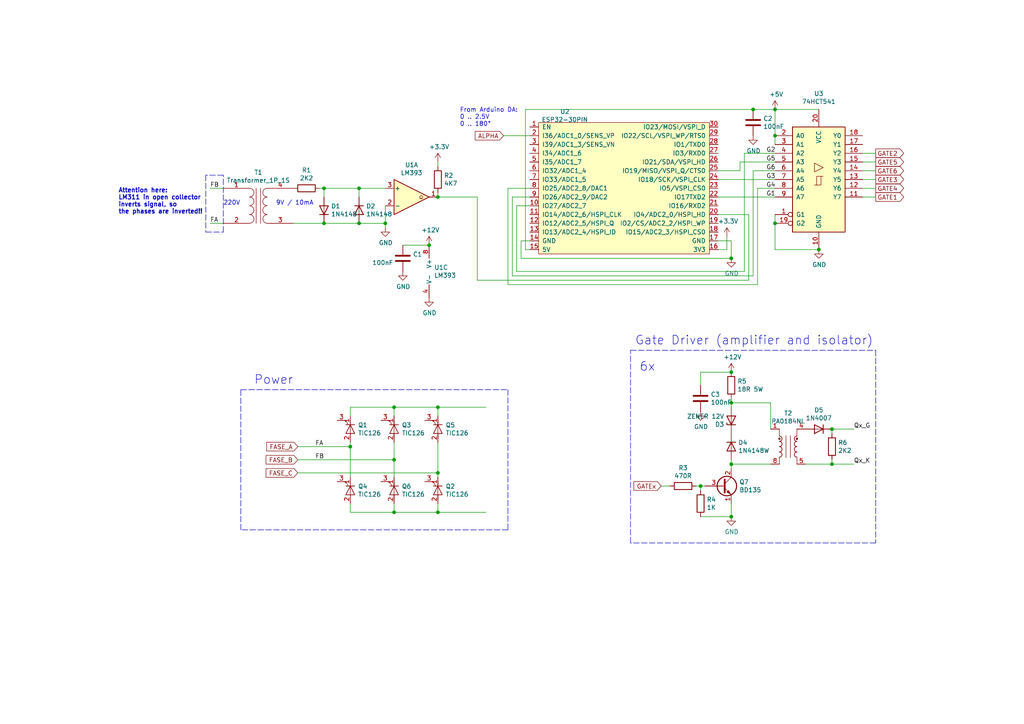
<source format=kicad_sch>
(kicad_sch (version 20211123) (generator eeschema)
  (paper "A4")
  (lib_symbols
    (symbol "74xx:74HCT541" (pin_names (offset 1.016))
      (property "Reference" "U" (at -7.62 16.51 0))
      (property "Value" "74HCT541" (at -7.62 -16.51 0))
      (symbol "74HCT541_1_0"
        (polyline (pts (xy -0.635 -1.6002) (xy -0.635 0.9398) (xy 0.635 0.9398)))
        (polyline (pts (xy -1.27 -1.6002) (xy 0.635 -1.6002) (xy 0.635 0.9398) (xy 1.27 0.9398)))
        (polyline (pts (xy 1.27 3.4798) (xy -1.27 4.7498) (xy -1.27 2.2098) (xy 1.27 3.4798)) (stroke (width 0.1524)))
        (pin input inverted (at -12.7 -10.16 0) (length 5.08) (name "G1") (number "1"))
        (pin power_in line (at 0 -20.32 90) (length 5.08) (name "GND") (number "10"))
        (pin tri_state line (at 12.7 -5.08 180) (length 5.08) (name "Y7") (number "11"))
        (pin tri_state line (at 12.7 -2.54 180) (length 5.08) (name "Y6") (number "12"))
        (pin tri_state line (at 12.7 0 180) (length 5.08) (name "Y5") (number "13"))
        (pin tri_state line (at 12.7 2.54 180) (length 5.08) (name "Y4") (number "14"))
        (pin tri_state line (at 12.7 5.08 180) (length 5.08) (name "Y3") (number "15"))
        (pin tri_state line (at 12.7 7.62 180) (length 5.08) (name "Y2") (number "16"))
        (pin tri_state line (at 12.7 10.16 180) (length 5.08) (name "Y1") (number "17"))
        (pin tri_state line (at 12.7 12.7 180) (length 5.08) (name "Y0") (number "18"))
        (pin input inverted (at -12.7 -12.7 0) (length 5.08) (name "G2") (number "19"))
        (pin input line (at -12.7 12.7 0) (length 5.08) (name "A0") (number "2"))
        (pin power_in line (at 0 20.32 270) (length 5.08) (name "VCC") (number "20"))
        (pin input line (at -12.7 10.16 0) (length 5.08) (name "A1") (number "3"))
        (pin input line (at -12.7 7.62 0) (length 5.08) (name "A2") (number "4"))
        (pin input line (at -12.7 5.08 0) (length 5.08) (name "A3") (number "5"))
        (pin input line (at -12.7 2.54 0) (length 5.08) (name "A4") (number "6"))
        (pin input line (at -12.7 0 0) (length 5.08) (name "A5") (number "7"))
        (pin input line (at -12.7 -2.54 0) (length 5.08) (name "A6") (number "8"))
        (pin input line (at -12.7 -5.08 0) (length 5.08) (name "A7") (number "9"))
      )
      (symbol "74HCT541_1_1"
        (rectangle (start -7.62 15.24) (end 7.62 -15.24) (stroke (width 0.254)) (fill (type background)))
      )
    )
    (symbol "ABV_parts:ESP32-30PIN" (pin_names (offset 1.016))
      (property "Reference" "MD" (at 0 3.81 0))
      (property "Value" "ESP32-30PIN" (at 0 1.27 0))
      (symbol "ESP32-30PIN_1_1"
        (rectangle (start 0 0) (end 49.53 -38.1) (fill (type background)))
        (pin input line (at -2.54 -1.27 0) (length 2.54) (name "EN") (number "1"))
        (pin bidirectional line (at -2.54 -24.13 0) (length 2.54) (name "IO27/ADC2_7") (number "10"))
        (pin bidirectional line (at -2.54 -26.67 0) (length 2.54) (name "IO14/ADC2_6/HSPI_CLK") (number "11"))
        (pin bidirectional line (at -2.54 -29.21 0) (length 2.54) (name "IO12/ADC2_5/HSPI_Q") (number "12"))
        (pin bidirectional line (at -2.54 -31.75 0) (length 2.54) (name "IO13/ADC2_4/HSPI_ID") (number "13"))
        (pin power_in line (at -2.54 -34.29 0) (length 2.54) (name "GND") (number "14"))
        (pin power_in line (at -2.54 -36.83 0) (length 2.54) (name "5V") (number "15"))
        (pin power_out line (at 52.07 -36.83 180) (length 2.54) (name "3V3") (number "16"))
        (pin power_in line (at 52.07 -34.29 180) (length 2.54) (name "GND") (number "17"))
        (pin bidirectional line (at 52.07 -31.75 180) (length 2.54) (name "IO15/ADC2_3/HSPI_CS0") (number "18"))
        (pin bidirectional line (at 52.07 -29.21 180) (length 2.54) (name "IO2/CS/ADC2_2/HSPI_WP") (number "19"))
        (pin input line (at -2.54 -3.81 0) (length 2.54) (name "I36/ADC1_0/SENS_VP") (number "2"))
        (pin bidirectional line (at 52.07 -26.67 180) (length 2.54) (name "IO4/ADC2_0/HSPI_HD") (number "20"))
        (pin bidirectional line (at 52.07 -24.13 180) (length 2.54) (name "IO16/RXD2") (number "21"))
        (pin bidirectional line (at 52.07 -21.59 180) (length 2.54) (name "IO17TXD2") (number "22"))
        (pin bidirectional line (at 52.07 -19.05 180) (length 2.54) (name "IO5/VSPI_CS0") (number "23"))
        (pin bidirectional line (at 52.07 -16.51 180) (length 2.54) (name "IO18/SCK/VSPI_CLK") (number "24"))
        (pin bidirectional line (at 52.07 -13.97 180) (length 2.54) (name "IO19/MISO/VSPI_Q/CTS0") (number "25"))
        (pin bidirectional line (at 52.07 -11.43 180) (length 2.54) (name "IO21/SDA/VSPI_HD") (number "26"))
        (pin bidirectional line (at 52.07 -8.89 180) (length 2.54) (name "IO3/RXD0") (number "27"))
        (pin bidirectional line (at 52.07 -6.35 180) (length 2.54) (name "IO1/TXD0") (number "28"))
        (pin bidirectional line (at 52.07 -3.81 180) (length 2.54) (name "IO22/SCL/VSPI_WP/RTS0") (number "29"))
        (pin input line (at -2.54 -6.35 0) (length 2.54) (name "I39/ADC1_3/SENS_VN") (number "3"))
        (pin bidirectional line (at 52.07 -1.27 180) (length 2.54) (name "IO23/MOSI/VSPI_D") (number "30"))
        (pin input line (at -2.54 -8.89 0) (length 2.54) (name "I34/ADC1_6") (number "4"))
        (pin input line (at -2.54 -11.43 0) (length 2.54) (name "I35/ADC1_7") (number "5"))
        (pin bidirectional line (at -2.54 -13.97 0) (length 2.54) (name "IO32/ADC1_4") (number "6"))
        (pin bidirectional line (at -2.54 -16.51 0) (length 2.54) (name "IO33/ADC1_5") (number "7"))
        (pin bidirectional line (at -2.54 -19.05 0) (length 2.54) (name "IO25/ADC2_8/DAC1") (number "8"))
        (pin bidirectional line (at -2.54 -21.59 0) (length 2.54) (name "IO26/ADC2_9/DAC2") (number "9"))
      )
    )
    (symbol "Comparator:LM393" (pin_names (offset 0.127))
      (property "Reference" "U" (at 3.81 3.81 0))
      (property "Value" "LM393" (at 6.35 -3.81 0))
      (symbol "LM393_1_1"
        (polyline (pts (xy -5.08 5.08) (xy 5.08 0) (xy -5.08 -5.08) (xy -5.08 5.08)) (stroke (width 0.254)) (fill (type background)))
        (polyline (pts (xy 3.302 -0.508) (xy 2.794 -0.508) (xy 3.302 0) (xy 2.794 0.508) (xy 2.286 0) (xy 2.794 -0.508) (xy 2.286 -0.508)) (stroke (width 0.127)))
        (pin open_collector line (at 7.62 0 180) (length 2.54) (name "~") (number "1"))
        (pin input line (at -7.62 -2.54 0) (length 2.54) (name "-") (number "2"))
        (pin input line (at -7.62 2.54 0) (length 2.54) (name "+") (number "3"))
      )
      (symbol "LM393_2_1"
        (polyline (pts (xy -5.08 5.08) (xy 5.08 0) (xy -5.08 -5.08) (xy -5.08 5.08)) (stroke (width 0.254)) (fill (type background)))
        (polyline (pts (xy 3.302 -0.508) (xy 2.794 -0.508) (xy 3.302 0) (xy 2.794 0.508) (xy 2.286 0) (xy 2.794 -0.508) (xy 2.286 -0.508)) (stroke (width 0.127)))
        (pin input line (at -7.62 2.54 0) (length 2.54) (name "+") (number "5"))
        (pin input line (at -7.62 -2.54 0) (length 2.54) (name "_") (number "6"))
        (pin open_collector line (at 7.62 0 180) (length 2.54) (name "~") (number "7"))
      )
      (symbol "LM393_3_1"
        (pin power_in line (at -2.54 -7.62 90) (length 3.81) (name "V-") (number "4"))
        (pin power_in line (at -2.54 7.62 270) (length 3.81) (name "V+") (number "8"))
      )
    )
    (symbol "Device:C" (pin_numbers hide) (pin_names (offset 0.254))
      (property "Reference" "C" (at 0.635 2.54 0))
      (property "Value" "C" (at 0.635 -2.54 0))
      (symbol "C_0_1"
        (polyline (pts (xy -2.032 -0.762) (xy 2.032 -0.762)) (stroke (width 0.508)))
        (polyline (pts (xy -2.032 0.762) (xy 2.032 0.762)) (stroke (width 0.508)))
      )
      (symbol "C_1_1"
        (pin passive line (at 0 3.81 270) (length 2.794) (name "~") (number "1"))
        (pin passive line (at 0 -3.81 90) (length 2.794) (name "~") (number "2"))
      )
    )
    (symbol "Device:R" (pin_numbers hide) (pin_names (offset 0))
      (property "Reference" "R" (at 2.032 0 90))
      (property "Value" "R" (at 0 0 90))
      (symbol "R_0_1"
        (rectangle (start -1.016 -2.54) (end 1.016 2.54) (stroke (width 0.254)))
      )
      (symbol "R_1_1"
        (pin passive line (at 0 3.81 270) (length 1.27) (name "~") (number "1"))
        (pin passive line (at 0 -3.81 90) (length 1.27) (name "~") (number "2"))
      )
    )
    (symbol "Device:Transformer_1P_1S" (pin_names (offset 1.016) hide)
      (property "Reference" "T" (at 0 6.35 0))
      (property "Value" "Transformer_1P_1S" (at 0 -7.62 0))
      (symbol "Transformer_1P_1S_0_1"
        (arc (start -2.54 -5.0546) (mid -1.6599 -4.6901) (end -1.27 -3.81))
        (arc (start -2.54 -2.5146) (mid -1.6599 -2.1501) (end -1.27 -1.27))
        (arc (start -2.54 0.0254) (mid -1.6599 0.3899) (end -1.27 1.27))
        (arc (start -2.54 2.5654) (mid -1.6599 2.9299) (end -1.27 3.81))
        (arc (start -1.27 -3.81) (mid -1.642 -2.912) (end -2.54 -2.54))
        (arc (start -1.27 -1.27) (mid -1.642 -0.372) (end -2.54 0))
        (arc (start -1.27 1.27) (mid -1.642 2.168) (end -2.54 2.54))
        (arc (start -1.27 3.81) (mid -1.642 4.708) (end -2.54 5.08))
        (polyline (pts (xy -0.635 5.08) (xy -0.635 -5.08)))
        (polyline (pts (xy 0.635 -5.08) (xy 0.635 5.08)))
        (arc (start 1.2954 -1.27) (mid 1.6599 -2.1501) (end 2.54 -2.5146))
        (arc (start 1.2954 1.27) (mid 1.6599 0.3899) (end 2.54 0.0254))
        (arc (start 1.2954 3.81) (mid 1.6599 2.9299) (end 2.54 2.5654))
        (arc (start 1.3208 -3.81) (mid 1.6853 -4.6901) (end 2.5654 -5.0546))
        (arc (start 2.54 0) (mid 1.642 -0.372) (end 1.2954 -1.27))
        (arc (start 2.54 2.54) (mid 1.642 2.168) (end 1.2954 1.27))
        (arc (start 2.54 5.08) (mid 1.642 4.708) (end 1.2954 3.81))
        (arc (start 2.5654 -2.54) (mid 1.6674 -2.912) (end 1.3208 -3.81))
      )
      (symbol "Transformer_1P_1S_1_1"
        (pin passive line (at -10.16 5.08 0) (length 7.62) (name "AA") (number "1"))
        (pin passive line (at -10.16 -5.08 0) (length 7.62) (name "AB") (number "2"))
        (pin passive line (at 10.16 -5.08 180) (length 7.62) (name "SA") (number "3"))
        (pin passive line (at 10.16 5.08 180) (length 7.62) (name "SB") (number "4"))
      )
    )
    (symbol "Diode:1N4007" (pin_numbers hide) (pin_names (offset 1.016) hide)
      (property "Reference" "D" (at 0 2.54 0))
      (property "Value" "1N4007" (at 0 -2.54 0))
      (symbol "1N4007_0_1"
        (polyline (pts (xy -1.27 1.27) (xy -1.27 -1.27)) (stroke (width 0.254)))
        (polyline (pts (xy 1.27 0) (xy -1.27 0)))
        (polyline (pts (xy 1.27 1.27) (xy 1.27 -1.27) (xy -1.27 0) (xy 1.27 1.27)) (stroke (width 0.254)))
      )
      (symbol "1N4007_1_1"
        (pin passive line (at -3.81 0 0) (length 2.54) (name "K") (number "1"))
        (pin passive line (at 3.81 0 180) (length 2.54) (name "A") (number "2"))
      )
    )
    (symbol "Diode:1N4148" (pin_numbers hide) (pin_names (offset 1.016) hide)
      (property "Reference" "D" (at 0 2.54 0))
      (property "Value" "1N4148" (at 0 -2.54 0))
      (symbol "1N4148_0_1"
        (polyline (pts (xy -1.27 1.27) (xy -1.27 -1.27)) (stroke (width 0.254)))
        (polyline (pts (xy 1.27 0) (xy -1.27 0)))
        (polyline (pts (xy 1.27 1.27) (xy 1.27 -1.27) (xy -1.27 0) (xy 1.27 1.27)) (stroke (width 0.254)))
      )
      (symbol "1N4148_1_1"
        (pin passive line (at -3.81 0 0) (length 2.54) (name "K") (number "1"))
        (pin passive line (at 3.81 0 180) (length 2.54) (name "A") (number "2"))
      )
    )
    (symbol "Diode:1N4148W" (pin_numbers hide) (pin_names (offset 1.016) hide)
      (property "Reference" "D" (at 0 2.54 0))
      (property "Value" "1N4148W" (at 0 -2.54 0))
      (symbol "1N4148W_0_1"
        (polyline (pts (xy -1.27 1.27) (xy -1.27 -1.27)) (stroke (width 0.254)))
        (polyline (pts (xy 1.27 0) (xy -1.27 0)))
        (polyline (pts (xy 1.27 1.27) (xy 1.27 -1.27) (xy -1.27 0) (xy 1.27 1.27)) (stroke (width 0.254)))
      )
      (symbol "1N4148W_1_1"
        (pin passive line (at -3.81 0 0) (length 2.54) (name "K") (number "1"))
        (pin passive line (at 3.81 0 180) (length 2.54) (name "A") (number "2"))
      )
    )
    (symbol "Diode:DZ2S150X0L" (pin_numbers hide) (pin_names hide)
      (property "Reference" "D" (at 0 2.54 0))
      (property "Value" "DZ2S150X0L" (at 0 -2.54 0))
      (symbol "DZ2S150X0L_0_1"
        (polyline (pts (xy 1.27 0) (xy -1.27 0)))
        (polyline (pts (xy -1.27 -1.27) (xy -1.27 1.27) (xy -0.762 1.27)) (stroke (width 0.254)))
        (polyline (pts (xy 1.27 -1.27) (xy 1.27 1.27) (xy -1.27 0) (xy 1.27 -1.27)) (stroke (width 0.254)))
      )
      (symbol "DZ2S150X0L_1_1"
        (pin passive line (at -3.81 0 0) (length 2.54) (name "K") (number "1"))
        (pin passive line (at 3.81 0 180) (length 2.54) (name "A") (number "2"))
      )
    )
    (symbol "Transformer:PA0184NL" (pin_names hide)
      (property "Reference" "T" (at 0 6.35 0))
      (property "Value" "PA0184NL" (at 0 -6.35 0))
      (symbol "PA0184NL_0_1"
        (arc (start -2.54 -3.048) (mid -1.778 -2.286) (end -2.54 -1.524) (stroke (width 0.2032)))
        (arc (start -2.54 -1.524) (mid -1.778 -0.762) (end -2.54 0) (stroke (width 0.2032)))
        (arc (start -2.54 0) (mid -1.778 0.762) (end -2.54 1.524) (stroke (width 0.2032)))
        (circle (center -2.54 2.286) (radius 0.254) (fill (type outline)))
        (polyline (pts (xy -2.54 -3.048) (xy -2.54 -5.08)))
        (polyline (pts (xy -2.54 5.08) (xy -2.54 3.048)))
        (polyline (pts (xy -0.635 3.175) (xy -0.635 -3.175)))
        (polyline (pts (xy 0.635 3.175) (xy 0.635 -3.175)))
        (polyline (pts (xy 2.54 -3.048) (xy 2.54 -5.08)))
        (polyline (pts (xy 2.54 5.08) (xy 2.54 3.048)))
        (arc (start 2.54 -1.524) (mid 1.778 -2.286) (end 2.54 -3.048) (stroke (width 0.2032)))
        (arc (start 2.54 0) (mid 1.778 -0.762) (end 2.54 -1.524) (stroke (width 0.2032)))
        (arc (start 2.54 1.524) (mid 1.778 0.762) (end 2.54 0) (stroke (width 0.2032)))
        (circle (center 2.54 2.286) (radius 0.254) (fill (type outline)))
        (arc (start 2.54 3.048) (mid 1.778 2.286) (end 2.54 1.524) (stroke (width 0.2032)))
      )
      (symbol "PA0184NL_1_1"
        (arc (start -2.54 1.524) (mid -1.778 2.286) (end -2.54 3.048) (stroke (width 0.2032)))
        (pin passive line (at -5.08 5.08 0) (length 2.54) (name "~") (number "1"))
        (pin passive line (at 5.08 5.08 180) (length 2.54) (name "~") (number "4"))
        (pin passive line (at 5.08 -5.08 180) (length 2.54) (name "~") (number "5"))
        (pin passive line (at -5.08 -5.08 0) (length 2.54) (name "~") (number "8"))
      )
    )
    (symbol "Transistor_BJT:BD135" (pin_names (offset 0) hide)
      (property "Reference" "Q" (at 5.08 1.905 0))
      (property "Value" "BD135" (at 5.08 0 0))
      (symbol "BD135_0_1"
        (polyline (pts (xy 0 0) (xy 0.635 0)))
        (polyline (pts (xy 2.54 -2.54) (xy 0.635 -0.635)))
        (polyline (pts (xy 2.54 2.54) (xy 0.635 0.635)))
        (polyline (pts (xy 0.635 1.905) (xy 0.635 -1.905) (xy 0.635 -1.905)) (stroke (width 0.508)) (fill (type outline)))
        (polyline (pts (xy 1.2446 -1.778) (xy 1.7526 -1.27) (xy 2.286 -2.286) (xy 1.2446 -1.778) (xy 1.2446 -1.778)) (fill (type outline)))
        (circle (center 1.27 0) (radius 2.8194) (stroke (width 0.3048)))
      )
      (symbol "BD135_1_1"
        (pin passive line (at 2.54 -5.08 90) (length 2.54) (name "E") (number "1"))
        (pin passive line (at 2.54 5.08 270) (length 2.54) (name "C") (number "2"))
        (pin input line (at -5.08 0 0) (length 5.08) (name "B") (number "3"))
      )
    )
    (symbol "Triac_Thyristor:TIC126" (pin_names (offset 0) hide)
      (property "Reference" "Q" (at 2.54 1.905 0))
      (property "Value" "TIC126" (at 2.54 0 0))
      (symbol "TIC126_0_1"
        (polyline (pts (xy -1.27 -2.54) (xy -0.635 -1.27)))
        (polyline (pts (xy -1.27 -1.27) (xy 1.27 -1.27)) (stroke (width 0.2032)))
        (polyline (pts (xy 0 -2.54) (xy 0 2.54)))
        (polyline (pts (xy -1.27 1.27) (xy 1.27 1.27) (xy 0 -1.27) (xy -1.27 1.27)) (stroke (width 0.2032)))
      )
      (symbol "TIC126_1_1"
        (pin passive line (at 0 -3.81 90) (length 2.54) (name "K") (number "1"))
        (pin passive line (at 0 3.81 270) (length 2.54) (name "A") (number "2"))
        (pin input line (at -3.81 -2.54 0) (length 2.54) (name "G") (number "3"))
      )
    )
    (symbol "power:+12V" (power) (pin_names (offset 0))
      (property "Value" "+12V" (at 0 3.556 0))
      (symbol "+12V_0_1"
        (polyline (pts (xy -0.762 1.27) (xy 0 2.54)))
        (polyline (pts (xy 0 0) (xy 0 2.54)))
        (polyline (pts (xy 0 2.54) (xy 0.762 1.27)))
      )
      (symbol "+12V_1_1"
        (pin power_in line (at 0 0 90) (length 0) hide (name "+12V") (number "1"))
      )
    )
    (symbol "power:+3.3V" (power) (pin_names (offset 0))
      (property "Value" "+3.3V" (at 0 3.556 0))
      (symbol "+3.3V_0_1"
        (polyline (pts (xy -0.762 1.27) (xy 0 2.54)))
        (polyline (pts (xy 0 0) (xy 0 2.54)))
        (polyline (pts (xy 0 2.54) (xy 0.762 1.27)))
      )
      (symbol "+3.3V_1_1"
        (pin power_in line (at 0 0 90) (length 0) hide (name "+3.3V") (number "1"))
      )
    )
    (symbol "power:+5V" (power) (pin_names (offset 0))
      (property "Value" "+5V" (at 0 3.556 0))
      (symbol "+5V_0_1"
        (polyline (pts (xy -0.762 1.27) (xy 0 2.54)))
        (polyline (pts (xy 0 0) (xy 0 2.54)))
        (polyline (pts (xy 0 2.54) (xy 0.762 1.27)))
      )
      (symbol "+5V_1_1"
        (pin power_in line (at 0 0 90) (length 0) hide (name "+5V") (number "1"))
      )
    )
    (symbol "power:GND" (power) (pin_names (offset 0))
      (property "Value" "GND" (at 0 -3.81 0))
      (symbol "GND_0_1"
        (polyline (pts (xy 0 0) (xy 0 -1.27) (xy 1.27 -1.27) (xy 0 -2.54) (xy -1.27 -1.27) (xy 0 -1.27)))
      )
      (symbol "GND_1_1"
        (pin power_in line (at 0 0 270) (length 0) hide (name "GND") (number "1"))
      )
    )
  )
  (junction (at 224.79 64.77))
  (junction (at 114.3 133.35))
  (junction (at 127 118.11))
  (junction (at 241.3 134.62))
  (junction (at 224.79 39.37))
  (junction (at 127 148.59))
  (junction (at 104.14 54.61))
  (junction (at 114.3 118.11))
  (junction (at 101.6 129.54))
  (junction (at 111.76 64.77))
  (junction (at 124.46 71.12))
  (junction (at 93.98 64.77))
  (junction (at 237.49 72.39))
  (junction (at 104.14 64.77))
  (junction (at 127 137.16))
  (junction (at 212.09 134.62))
  (junction (at 114.3 148.59))
  (junction (at 212.09 116.84))
  (junction (at 241.3 124.46))
  (junction (at 127 57.15))
  (junction (at 203.2 140.97))
  (junction (at 224.79 31.75))
  (junction (at 218.44 31.75))
  (junction (at 93.98 54.61))
  (junction (at 212.09 149.86))
  (junction (at 212.09 74.93))
  (junction (at 212.09 107.95))
  (wire (pts (xy 224.79 62.23) (xy 224.79 64.77)))
  (wire (pts (xy 86.36 129.54) (xy 101.6 129.54)))
  (wire (pts (xy 60.96 54.61) (xy 64.77 54.61)))
  (wire (pts (xy 208.28 69.85) (xy 212.09 69.85)))
  (wire (pts (xy 152.4 72.39) (xy 152.4 31.75)))
  (polyline (pts (xy 64.77 67.31) (xy 64.77 50.8)))
  (wire (pts (xy 151.13 74.93) (xy 212.09 74.93)))
  (wire (pts (xy 214.63 49.53) (xy 214.63 46.99)))
  (polyline (pts (xy 59.69 67.31) (xy 64.77 67.31)))
  (polyline (pts (xy 69.85 113.03) (xy 147.32 113.03)))
  (wire (pts (xy 93.98 57.15) (xy 93.98 54.61)))
  (wire (pts (xy 101.6 148.59) (xy 114.3 148.59)))
  (wire (pts (xy 151.13 69.85) (xy 151.13 74.93)))
  (wire (pts (xy 250.19 52.07) (xy 254 52.07)))
  (wire (pts (xy 219.71 54.61) (xy 224.79 54.61)))
  (wire (pts (xy 250.19 57.15) (xy 254 57.15)))
  (wire (pts (xy 92.71 54.61) (xy 93.98 54.61)))
  (wire (pts (xy 101.6 138.43) (xy 101.6 129.54)))
  (wire (pts (xy 223.52 116.84) (xy 223.52 124.46)))
  (wire (pts (xy 114.3 118.11) (xy 127 118.11)))
  (wire (pts (xy 217.17 62.23) (xy 217.17 81.28)))
  (wire (pts (xy 147.32 82.55) (xy 219.71 82.55)))
  (wire (pts (xy 224.79 31.75) (xy 237.49 31.75)))
  (wire (pts (xy 203.2 149.86) (xy 212.09 149.86)))
  (wire (pts (xy 203.2 107.95) (xy 203.2 111.76)))
  (wire (pts (xy 250.19 49.53) (xy 254 49.53)))
  (wire (pts (xy 127 137.16) (xy 127 128.27)))
  (wire (pts (xy 208.28 57.15) (xy 224.79 57.15)))
  (wire (pts (xy 101.6 118.11) (xy 114.3 118.11)))
  (wire (pts (xy 60.96 64.77) (xy 64.77 64.77)))
  (wire (pts (xy 101.6 120.65) (xy 101.6 118.11)))
  (polyline (pts (xy 69.85 153.67) (xy 69.85 113.03)))
  (wire (pts (xy 217.17 81.28) (xy 138.43 81.28)))
  (polyline (pts (xy 147.32 113.03) (xy 147.32 153.67)))
  (wire (pts (xy 93.98 54.61) (xy 104.14 54.61)))
  (wire (pts (xy 241.3 125.73) (xy 241.3 124.46)))
  (wire (pts (xy 212.09 134.62) (xy 223.52 134.62)))
  (wire (pts (xy 212.09 69.85) (xy 212.09 74.93)))
  (wire (pts (xy 114.3 133.35) (xy 114.3 128.27)))
  (wire (pts (xy 147.32 54.61) (xy 147.32 82.55)))
  (wire (pts (xy 194.31 140.97) (xy 191.77 140.97)))
  (polyline (pts (xy 147.32 153.67) (xy 69.85 153.67)))
  (wire (pts (xy 212.09 135.89) (xy 212.09 134.62)))
  (wire (pts (xy 114.3 148.59) (xy 127 148.59)))
  (polyline (pts (xy 182.88 101.6) (xy 254 101.6)))
  (wire (pts (xy 203.2 140.97) (xy 201.93 140.97)))
  (wire (pts (xy 114.3 138.43) (xy 114.3 133.35)))
  (wire (pts (xy 114.3 120.65) (xy 114.3 118.11)))
  (wire (pts (xy 224.79 39.37) (xy 224.79 31.75)))
  (wire (pts (xy 104.14 54.61) (xy 111.76 54.61)))
  (wire (pts (xy 104.14 64.77) (xy 111.76 64.77)))
  (polyline (pts (xy 64.77 50.8) (xy 59.69 50.8)))
  (wire (pts (xy 153.67 72.39) (xy 152.4 72.39)))
  (wire (pts (xy 111.76 59.69) (xy 111.76 64.77)))
  (wire (pts (xy 148.59 80.01) (xy 218.44 80.01)))
  (wire (pts (xy 208.28 72.39) (xy 210.82 72.39)))
  (wire (pts (xy 101.6 129.54) (xy 101.6 128.27)))
  (wire (pts (xy 127 138.43) (xy 127 137.16)))
  (wire (pts (xy 138.43 57.15) (xy 127 57.15)))
  (wire (pts (xy 224.79 64.77) (xy 224.79 72.39)))
  (wire (pts (xy 149.86 78.74) (xy 215.9 78.74)))
  (wire (pts (xy 208.28 52.07) (xy 224.79 52.07)))
  (wire (pts (xy 111.76 66.04) (xy 111.76 64.77)))
  (wire (pts (xy 153.67 69.85) (xy 151.13 69.85)))
  (wire (pts (xy 149.86 59.69) (xy 149.86 78.74)))
  (wire (pts (xy 250.19 46.99) (xy 254 46.99)))
  (wire (pts (xy 215.9 78.74) (xy 215.9 44.45)))
  (wire (pts (xy 250.19 44.45) (xy 254 44.45)))
  (wire (pts (xy 208.28 49.53) (xy 214.63 49.53)))
  (wire (pts (xy 233.68 134.62) (xy 241.3 134.62)))
  (polyline (pts (xy 182.88 157.48) (xy 182.88 101.6)))
  (wire (pts (xy 204.47 140.97) (xy 203.2 140.97)))
  (wire (pts (xy 148.59 57.15) (xy 148.59 80.01)))
  (wire (pts (xy 210.82 72.39) (xy 210.82 68.58)))
  (wire (pts (xy 212.09 107.95) (xy 203.2 107.95)))
  (polyline (pts (xy 254 101.6) (xy 254 157.48)))
  (wire (pts (xy 208.28 62.23) (xy 217.17 62.23)))
  (wire (pts (xy 212.09 134.62) (xy 212.09 133.35)))
  (wire (pts (xy 114.3 146.05) (xy 114.3 148.59)))
  (wire (pts (xy 153.67 39.37) (xy 146.05 39.37)))
  (wire (pts (xy 212.09 116.84) (xy 223.52 116.84)))
  (wire (pts (xy 224.79 41.91) (xy 224.79 39.37)))
  (wire (pts (xy 218.44 49.53) (xy 218.44 80.01)))
  (wire (pts (xy 153.67 59.69) (xy 149.86 59.69)))
  (wire (pts (xy 219.71 54.61) (xy 219.71 82.55)))
  (wire (pts (xy 214.63 46.99) (xy 224.79 46.99)))
  (polyline (pts (xy 254 157.48) (xy 182.88 157.48)))
  (wire (pts (xy 153.67 57.15) (xy 148.59 57.15)))
  (wire (pts (xy 152.4 31.75) (xy 218.44 31.75)))
  (polyline (pts (xy 59.69 50.8) (xy 59.69 67.31)))
  (wire (pts (xy 241.3 134.62) (xy 247.65 134.62)))
  (wire (pts (xy 127 148.59) (xy 140.97 148.59)))
  (wire (pts (xy 212.09 118.11) (xy 212.09 116.84)))
  (wire (pts (xy 212.09 116.84) (xy 212.09 115.57)))
  (wire (pts (xy 215.9 44.45) (xy 224.79 44.45)))
  (wire (pts (xy 212.09 149.86) (xy 212.09 146.05)))
  (wire (pts (xy 127 57.15) (xy 127 55.88)))
  (wire (pts (xy 127 48.26) (xy 127 46.99)))
  (wire (pts (xy 116.84 71.12) (xy 124.46 71.12)))
  (wire (pts (xy 104.14 57.15) (xy 104.14 54.61)))
  (wire (pts (xy 218.44 31.75) (xy 224.79 31.75)))
  (wire (pts (xy 101.6 146.05) (xy 101.6 148.59)))
  (wire (pts (xy 86.36 137.16) (xy 127 137.16)))
  (wire (pts (xy 218.44 49.53) (xy 224.79 49.53)))
  (wire (pts (xy 250.19 54.61) (xy 254 54.61)))
  (wire (pts (xy 224.79 72.39) (xy 237.49 72.39)))
  (wire (pts (xy 241.3 134.62) (xy 241.3 133.35)))
  (wire (pts (xy 86.36 133.35) (xy 114.3 133.35)))
  (wire (pts (xy 93.98 64.77) (xy 104.14 64.77)))
  (wire (pts (xy 127 146.05) (xy 127 148.59)))
  (wire (pts (xy 127 120.65) (xy 127 118.11)))
  (wire (pts (xy 138.43 81.28) (xy 138.43 57.15)))
  (wire (pts (xy 85.09 64.77) (xy 93.98 64.77)))
  (wire (pts (xy 153.67 54.61) (xy 147.32 54.61)))
  (wire (pts (xy 241.3 124.46) (xy 247.65 124.46)))
  (wire (pts (xy 203.2 142.24) (xy 203.2 140.97)))
  (wire (pts (xy 127 118.11) (xy 140.97 118.11)))
  (text "9V / 10mA" (at 80.01 59.69 0) (effects (font (size 1.27 1.27)) (justify left bottom)))
  (text "220V" (at 64.77 59.69 0) (effects (font (size 1.27 1.27)) (justify left bottom)))
  (text "From Arduino DA:\n0 .. 2.5V\n0 .. 180°" (at 133.35 36.83 0) (effects (font (size 1.27 1.27)) (justify left bottom)))
  (text "Power" (at 73.66 111.76 0) (effects (font (size 2.54 2.54)) (justify left bottom)))
  (text "6x" (at 185.42 107.95 0) (effects (font (size 2.54 2.54)) (justify left bottom)))
  (text "Gate Driver (amplifier and isolator)" (at 184.15 100.33 0) (effects (font (size 2.54 2.54)) (justify left bottom)))
  (text "Attention here:\nLM311 in open collector\ninverts signal, so\nthe phases are inverted!!" (at 34.29 62.23 0) (effects (font (size 1.27 1.27) (thickness 0.254) bold) (justify left bottom)))
  (label "Qx_G" (at 247.65 124.46 0))
  (label "G3" (at 222.25 52.07 0))
  (label "FB" (at 60.96 54.61 0))
  (label "FB" (at 91.44 133.35 0))
  (label "G4" (at 222.25 54.61 0))
  (label "G5" (at 222.25 46.99 0))
  (label "FA" (at 91.44 129.54 0))
  (label "G6" (at 222.25 49.53 0))
  (label "Qx_K" (at 247.65 134.62 0))
  (label "FA" (at 60.96 64.77 0))
  (label "G2" (at 222.25 44.45 0))
  (label "G1" (at 222.25 57.15 0))
  (global_label "GATE3" (shape output) (at 254 52.07 0) (property "Intersheet References" "${INTERSHEET_REFS}" (effects hide)))
  (global_label "FASE_A" (shape input) (at 86.36 129.54 180) (property "Intersheet References" "${INTERSHEET_REFS}" (effects hide)))
  (global_label "GATE4" (shape output) (at 254 54.61 0) (property "Intersheet References" "${INTERSHEET_REFS}" (effects hide)))
  (global_label "GATE1" (shape output) (at 254 57.15 0) (property "Intersheet References" "${INTERSHEET_REFS}" (effects hide)))
  (global_label "GATE6" (shape output) (at 254 49.53 0) (property "Intersheet References" "${INTERSHEET_REFS}" (effects hide)))
  (global_label "FASE_C" (shape input) (at 86.36 137.16 180) (property "Intersheet References" "${INTERSHEET_REFS}" (effects hide)))
  (global_label "GATE5" (shape output) (at 254 46.99 0) (property "Intersheet References" "${INTERSHEET_REFS}" (effects hide)))
  (global_label "FASE_B" (shape input) (at 86.36 133.35 180) (property "Intersheet References" "${INTERSHEET_REFS}" (effects hide)))
  (global_label "GATEx" (shape input) (at 191.77 140.97 180) (property "Intersheet References" "${INTERSHEET_REFS}" (effects hide)))
  (global_label "GATE2" (shape output) (at 254 44.45 0) (property "Intersheet References" "${INTERSHEET_REFS}" (effects hide)))
  (global_label "ALPHA" (shape input) (at 146.05 39.37 180) (property "Intersheet References" "${INTERSHEET_REFS}" (effects hide)))
  (symbol (lib_id "Diode:1N4148") (at 104.14 60.96 270) (unit 1)
    (property "Reference" "D2" (at 106.172 59.7916 90) (effects (justify left)))
    (property "Value" "1N4148" (at 106.172 62.103 90) (effects (justify left)))
    (property "Footprint" "Diode_THT:D_DO-35_SOD27_P7.62mm_Horizontal" (effects hide))
    (property "Datasheet" "https://assets.nexperia.com/documents/data-sheet/1N4148_1N4448.pdf" (effects hide))
  )
  (symbol (lib_id "Diode:1N4148") (at 93.98 60.96 90) (unit 1)
    (property "Reference" "D1" (at 96.012 59.7916 90) (effects (justify right)))
    (property "Value" "1N4148" (at 96.012 62.103 90) (effects (justify right)))
    (property "Footprint" "Diode_THT:D_DO-35_SOD27_P7.62mm_Horizontal" (effects hide))
    (property "Datasheet" "https://assets.nexperia.com/documents/data-sheet/1N4148_1N4448.pdf" (effects hide))
  )
  (symbol (lib_id "Device:Transformer_1P_1S") (at 74.93 59.69 0) (unit 1)
    (property "Reference" "T1" (at 74.93 50.0126 0))
    (property "Value" "Transformer_1P_1S" (at 74.93 52.324 0))
  )
  (symbol (lib_id "Device:R") (at 88.9 54.61 270) (unit 1)
    (property "Reference" "R1" (at 88.9 49.3522 90))
    (property "Value" "2K2" (at 88.9 51.6636 90))
  )
  (symbol (lib_id "power:GND") (at 111.76 66.04 0) (unit 1)
    (property "Reference" "#PWR03" (effects hide))
    (property "Value" "GND" (at 111.887 70.4342 0))
  )
  (symbol (lib_id "Device:R") (at 127 52.07 0) (unit 1)
    (property "Reference" "R2" (at 128.778 50.9016 0) (effects (justify left)))
    (property "Value" "4K7" (at 128.778 53.213 0) (effects (justify left)))
  )
  (symbol (lib_id "power:+12V") (at 124.46 71.12 0) (unit 1)
    (property "Reference" "#PWR02" (effects hide))
    (property "Value" "+12V" (at 124.841 66.7258 0))
  )
  (symbol (lib_id "Device:C") (at 116.84 74.93 0) (unit 1)
    (property "Reference" "C1" (at 119.761 73.7616 0) (effects (justify left)))
    (property "Value" "100nF" (at 107.95 76.2 0) (effects (justify left)))
  )
  (symbol (lib_id "power:GND") (at 116.84 78.74 0) (unit 1)
    (property "Reference" "#PWR01" (effects hide))
    (property "Value" "GND" (at 116.967 83.1342 0))
  )
  (symbol (lib_id "power:+3.3V") (at 127 46.99 0) (unit 1)
    (property "Reference" "#PWR04" (effects hide))
    (property "Value" "+3.3V" (at 127.381 42.5958 0))
  )
  (symbol (lib_id "ABV_parts:ESP32-30PIN") (at 156.21 35.56 0) (unit 1)
    (property "Reference" "U2" (at 163.83 32.385 0))
    (property "Value" "ESP32-30PIN" (at 163.83 34.6964 0))
  )
  (symbol (lib_id "74xx:74HCT541") (at 237.49 52.07 0) (unit 1)
    (property "Reference" "U3" (at 237.49 27.1526 0))
    (property "Value" "74HCT541" (at 237.49 29.464 0))
    (property "Datasheet" "http://www.ti.com/lit/gpn/sn74HCT541" (effects hide))
  )
  (symbol (lib_id "power:+5V") (at 224.79 31.75 0) (unit 1)
    (property "Reference" "#PWR07" (effects hide))
    (property "Value" "+5V" (at 225.171 27.3558 0))
  )
  (symbol (lib_id "Device:C") (at 218.44 35.56 0) (unit 1)
    (property "Reference" "C2" (at 221.361 34.3916 0) (effects (justify left)))
    (property "Value" "100nF" (at 221.361 36.703 0) (effects (justify left)))
  )
  (symbol (lib_id "power:GND") (at 218.44 39.37 0) (unit 1)
    (property "Reference" "#PWR06" (effects hide))
    (property "Value" "GND" (at 218.567 43.7642 0))
  )
  (symbol (lib_id "power:GND") (at 212.09 74.93 0) (unit 1)
    (property "Reference" "#PWR05" (effects hide))
    (property "Value" "GND" (at 212.217 79.3242 0))
  )
  (symbol (lib_id "power:GND") (at 237.49 72.39 0) (unit 1)
    (property "Reference" "#PWR08" (effects hide))
    (property "Value" "GND" (at 237.617 76.7842 0))
  )
  (symbol (lib_id "Triac_Thyristor:TIC126") (at 101.6 124.46 0) (mirror x) (unit 1)
    (property "Reference" "Q1" (at 103.8352 123.2916 0) (effects (justify left)))
    (property "Value" "TIC126" (at 103.8352 125.603 0) (effects (justify left)))
    (property "Footprint" "Package_TO_SOT_THT:TO-220-3_Vertical" (effects hide))
    (property "Datasheet" "https://cdn-reichelt.de/documents/datenblatt/A400/TIC126.pdf" (effects hide))
  )
  (symbol (lib_id "Triac_Thyristor:TIC126") (at 101.6 142.24 0) (mirror x) (unit 1)
    (property "Reference" "Q4" (at 103.8352 141.0716 0) (effects (justify left)))
    (property "Value" "TIC126" (at 103.8352 143.383 0) (effects (justify left)))
    (property "Footprint" "Package_TO_SOT_THT:TO-220-3_Vertical" (effects hide))
    (property "Datasheet" "https://cdn-reichelt.de/documents/datenblatt/A400/TIC126.pdf" (effects hide))
  )
  (symbol (lib_id "Triac_Thyristor:TIC126") (at 114.3 124.46 0) (mirror x) (unit 1)
    (property "Reference" "Q3" (at 116.5352 123.2916 0) (effects (justify left)))
    (property "Value" "TIC126" (at 116.5352 125.603 0) (effects (justify left)))
    (property "Footprint" "Package_TO_SOT_THT:TO-220-3_Vertical" (effects hide))
    (property "Datasheet" "https://cdn-reichelt.de/documents/datenblatt/A400/TIC126.pdf" (effects hide))
  )
  (symbol (lib_id "Triac_Thyristor:TIC126") (at 114.3 142.24 0) (mirror x) (unit 1)
    (property "Reference" "Q6" (at 116.5352 141.0716 0) (effects (justify left)))
    (property "Value" "TIC126" (at 116.5352 143.383 0) (effects (justify left)))
    (property "Footprint" "Package_TO_SOT_THT:TO-220-3_Vertical" (effects hide))
    (property "Datasheet" "https://cdn-reichelt.de/documents/datenblatt/A400/TIC126.pdf" (effects hide))
  )
  (symbol (lib_id "Triac_Thyristor:TIC126") (at 127 124.46 0) (mirror x) (unit 1)
    (property "Reference" "Q5" (at 129.2352 123.2916 0) (effects (justify left)))
    (property "Value" "TIC126" (at 129.2352 125.603 0) (effects (justify left)))
    (property "Footprint" "Package_TO_SOT_THT:TO-220-3_Vertical" (effects hide))
    (property "Datasheet" "https://cdn-reichelt.de/documents/datenblatt/A400/TIC126.pdf" (effects hide))
  )
  (symbol (lib_id "Triac_Thyristor:TIC126") (at 127 142.24 0) (mirror x) (unit 1)
    (property "Reference" "Q2" (at 129.2352 141.0716 0) (effects (justify left)))
    (property "Value" "TIC126" (at 129.2352 143.383 0) (effects (justify left)))
    (property "Footprint" "Package_TO_SOT_THT:TO-220-3_Vertical" (effects hide))
    (property "Datasheet" "https://cdn-reichelt.de/documents/datenblatt/A400/TIC126.pdf" (effects hide))
  )
  (symbol (lib_id "Device:R") (at 198.12 140.97 270) (unit 1)
    (property "Reference" "R3" (at 198.12 135.7122 90))
    (property "Value" "470R" (at 198.12 138.0236 90))
  )
  (symbol (lib_id "Device:R") (at 203.2 146.05 0) (unit 1)
    (property "Reference" "R4" (at 204.978 144.8816 0) (effects (justify left)))
    (property "Value" "1K" (at 204.978 147.193 0) (effects (justify left)))
  )
  (symbol (lib_id "Transistor_BJT:BD135") (at 209.55 140.97 0) (unit 1)
    (property "Reference" "Q7" (at 214.4268 139.8016 0) (effects (justify left)))
    (property "Value" "BD135" (at 214.4268 142.113 0) (effects (justify left)))
    (property "Footprint" "Package_TO_SOT_THT:TO-126-3_Vertical" (effects hide))
    (property "Datasheet" "http://www.st.com/internet/com/TECHNICAL_RESOURCES/TECHNICAL_LITERATURE/DATASHEET/CD00001225.pdf" (effects hide))
  )
  (symbol (lib_id "Transformer:PA0184NL") (at 228.6 129.54 0) (unit 1)
    (property "Reference" "T2" (at 228.6 119.8626 0))
    (property "Value" "PA0184NL" (at 228.6 122.174 0))
    (property "Footprint" "Transformer_SMD:Pulse_PA2007NL" (effects hide))
    (property "Datasheet" "https://productfinder.pulseeng.com/products/datasheets/SPM2007_61.pdf" (effects hide))
  )
  (symbol (lib_id "Diode:1N4148W") (at 212.09 129.54 270) (unit 1)
    (property "Reference" "D4" (at 214.122 128.3716 90) (effects (justify left)))
    (property "Value" "1N4148W" (at 214.122 130.683 90) (effects (justify left)))
    (property "Footprint" "Diode_SMD:D_SOD-123" (effects hide))
    (property "Datasheet" "https://www.vishay.com/docs/85748/1n4148w.pdf" (effects hide))
  )
  (symbol (lib_id "Diode:DZ2S150X0L") (at 212.09 121.92 90) (unit 1)
    (property "Reference" "D3" (at 210.058 123.0884 90) (effects (justify left)))
    (property "Value" "ZENER 12V" (at 210.058 120.777 90) (effects (justify left)))
    (property "Footprint" "Diode_SMD:D_SOD-523" (effects hide))
    (property "Datasheet" "https://industrial.panasonic.com/content/data/SC/ds/ds4/DZ2S15000L_E.pdf" (effects hide))
  )
  (symbol (lib_id "Device:R") (at 212.09 111.76 0) (unit 1)
    (property "Reference" "R5" (at 213.868 110.5916 0) (effects (justify left)))
    (property "Value" "18R 5W" (at 213.868 112.903 0) (effects (justify left)))
  )
  (symbol (lib_id "Diode:1N4007") (at 237.49 124.46 180) (unit 1)
    (property "Reference" "D5" (at 237.49 118.9482 0))
    (property "Value" "1N4007" (at 237.49 121.2596 0))
    (property "Footprint" "Diode_THT:D_DO-41_SOD81_P10.16mm_Horizontal" (effects hide))
    (property "Datasheet" "http://www.vishay.com/docs/88503/1n4001.pdf" (effects hide))
  )
  (symbol (lib_id "Device:R") (at 241.3 129.54 0) (unit 1)
    (property "Reference" "R6" (at 243.078 128.3716 0) (effects (justify left)))
    (property "Value" "2K2" (at 243.078 130.683 0) (effects (justify left)))
  )
  (symbol (lib_id "power:GND") (at 212.09 149.86 0) (unit 1)
    (property "Reference" "#PWR011" (effects hide))
    (property "Value" "GND" (at 212.217 154.2542 0))
  )
  (symbol (lib_id "power:+12V") (at 212.09 107.95 0) (unit 1)
    (property "Reference" "#PWR010" (effects hide))
    (property "Value" "+12V" (at 212.471 103.5558 0))
  )
  (symbol (lib_id "Device:C") (at 203.2 115.57 0) (unit 1)
    (property "Reference" "C3" (at 206.121 114.4016 0) (effects (justify left)))
    (property "Value" "100nF" (at 206.121 116.713 0) (effects (justify left)))
  )
  (symbol (lib_id "power:GND") (at 203.2 119.38 0) (unit 1)
    (property "Reference" "#PWR09" (effects hide))
    (property "Value" "GND" (at 203.327 123.7742 0))
  )
  (symbol (lib_id "Comparator:LM393") (at 119.38 57.15 0) (unit 1)
    (property "Reference" "U1" (at 119.38 47.8282 0))
    (property "Value" "LM393" (at 119.38 50.1396 0))
    (property "Datasheet" "http://www.ti.com/lit/ds/symlink/lm393.pdf" (effects hide))
  )
  (symbol (lib_id "Comparator:LM393") (at 127 78.74 0) (unit 3)
    (property "Reference" "U1" (at 125.9332 77.5716 0) (effects (justify left)))
    (property "Value" "LM393" (at 125.9332 79.883 0) (effects (justify left)))
    (property "Datasheet" "http://www.ti.com/lit/ds/symlink/lm393.pdf" (effects hide))
  )
  (symbol (lib_id "power:GND") (at 124.46 86.36 0) (unit 1)
    (property "Reference" "#PWR012" (effects hide))
    (property "Value" "GND" (at 124.587 90.7542 0))
  )
  (symbol (lib_id "power:+3.3V") (at 210.82 68.58 0) (unit 1)
    (property "Reference" "#PWR?" (effects hide))
    (property "Value" "+3.3V" (at 211.201 64.1858 0))
  )
)
</source>
